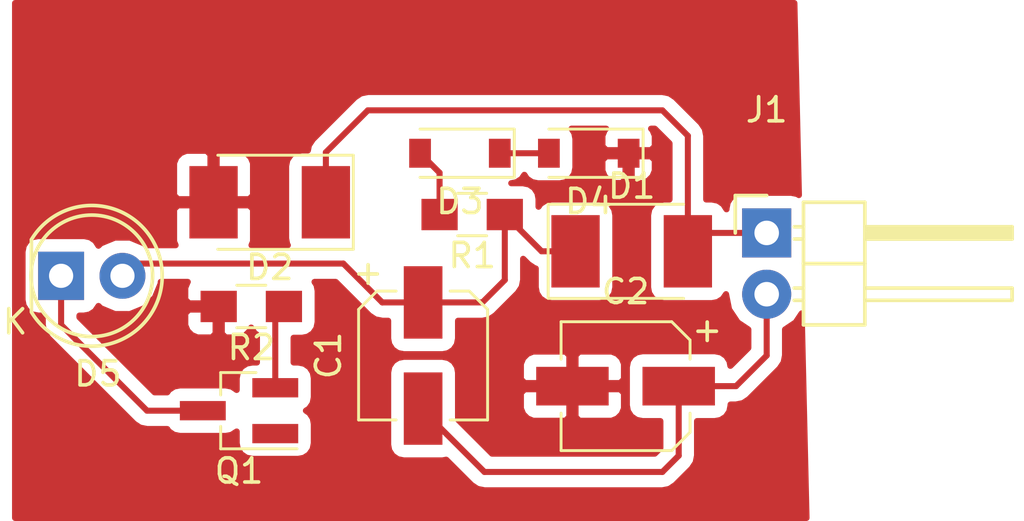
<source format=kicad_pcb>
(kicad_pcb (version 4) (host pcbnew 4.0.7)

  (general
    (links 15)
    (no_connects 2)
    (area 144.272 93.472 186.389001 115.062001)
    (thickness 1.6)
    (drawings 0)
    (tracks 35)
    (zones 0)
    (modules 11)
    (nets 9)
  )

  (page A4)
  (layers
    (0 F.Cu signal)
    (31 B.Cu signal)
    (32 B.Adhes user)
    (33 F.Adhes user)
    (34 B.Paste user)
    (35 F.Paste user)
    (36 B.SilkS user)
    (37 F.SilkS user)
    (38 B.Mask user)
    (39 F.Mask user)
    (40 Dwgs.User user)
    (41 Cmts.User user)
    (42 Eco1.User user)
    (43 Eco2.User user)
    (44 Edge.Cuts user)
    (45 Margin user)
    (46 B.CrtYd user)
    (47 F.CrtYd user)
    (48 B.Fab user)
    (49 F.Fab user)
  )

  (setup
    (last_trace_width 0.25)
    (trace_clearance 0.2)
    (zone_clearance 0.508)
    (zone_45_only no)
    (trace_min 0.2)
    (segment_width 0.2)
    (edge_width 0.15)
    (via_size 0.6)
    (via_drill 0.4)
    (via_min_size 0.4)
    (via_min_drill 0.3)
    (uvia_size 0.3)
    (uvia_drill 0.1)
    (uvias_allowed no)
    (uvia_min_size 0.2)
    (uvia_min_drill 0.1)
    (pcb_text_width 0.3)
    (pcb_text_size 1.5 1.5)
    (mod_edge_width 0.15)
    (mod_text_size 1 1)
    (mod_text_width 0.15)
    (pad_size 1.524 1.524)
    (pad_drill 0.762)
    (pad_to_mask_clearance 0.2)
    (aux_axis_origin 0 0)
    (visible_elements FFFFFF7F)
    (pcbplotparams
      (layerselection 0x00030_80000001)
      (usegerberextensions false)
      (excludeedgelayer true)
      (linewidth 0.100000)
      (plotframeref false)
      (viasonmask false)
      (mode 1)
      (useauxorigin false)
      (hpglpennumber 1)
      (hpglpenspeed 20)
      (hpglpendiameter 15)
      (hpglpenoverlay 2)
      (psnegative false)
      (psa4output false)
      (plotreference true)
      (plotvalue true)
      (plotinvisibletext false)
      (padsonsilk false)
      (subtractmaskfromsilk false)
      (outputformat 1)
      (mirror false)
      (drillshape 1)
      (scaleselection 1)
      (outputdirectory ""))
  )

  (net 0 "")
  (net 1 +12V)
  (net 2 Dynamo-Minus)
  (net 3 GND)
  (net 4 Dynamo-Plus)
  (net 5 "Net-(D3-Pad1)")
  (net 6 "Net-(D3-Pad2)")
  (net 7 "Net-(D5-Pad1)")
  (net 8 "Net-(Q1-Pad2)")

  (net_class Default "Dies ist die voreingestellte Netzklasse."
    (clearance 0.2)
    (trace_width 0.25)
    (via_dia 0.6)
    (via_drill 0.4)
    (uvia_dia 0.3)
    (uvia_drill 0.1)
    (add_net +12V)
    (add_net Dynamo-Minus)
    (add_net Dynamo-Plus)
    (add_net GND)
    (add_net "Net-(D3-Pad1)")
    (add_net "Net-(D3-Pad2)")
    (add_net "Net-(D5-Pad1)")
    (add_net "Net-(Q1-Pad2)")
  )

  (module Capacitors_SMD:CP_Elec_5x5.8 (layer F.Cu) (tedit 58AA8B00) (tstamp 5A36C3B7)
    (at 161.29 108.204 270)
    (descr "SMT capacitor, aluminium electrolytic, 5x5.8")
    (path /5A1AD93B)
    (attr smd)
    (fp_text reference C1 (at 0 3.92 270) (layer F.SilkS)
      (effects (font (size 1 1) (thickness 0.15)))
    )
    (fp_text value CP (at 0 -3.92 270) (layer F.Fab)
      (effects (font (size 1 1) (thickness 0.15)))
    )
    (fp_circle (center 0 0) (end 0.1 2.4) (layer F.Fab) (width 0.1))
    (fp_text user + (at -1.38 -0.06 270) (layer F.Fab)
      (effects (font (size 1 1) (thickness 0.15)))
    )
    (fp_text user + (at -3.38 2.35 270) (layer F.SilkS)
      (effects (font (size 1 1) (thickness 0.15)))
    )
    (fp_text user %R (at 0 3.92 270) (layer F.Fab)
      (effects (font (size 1 1) (thickness 0.15)))
    )
    (fp_line (start 2.51 2.51) (end 2.51 -2.51) (layer F.Fab) (width 0.1))
    (fp_line (start -1.84 2.51) (end 2.51 2.51) (layer F.Fab) (width 0.1))
    (fp_line (start -2.51 1.84) (end -1.84 2.51) (layer F.Fab) (width 0.1))
    (fp_line (start -2.51 -1.84) (end -2.51 1.84) (layer F.Fab) (width 0.1))
    (fp_line (start -1.84 -2.51) (end -2.51 -1.84) (layer F.Fab) (width 0.1))
    (fp_line (start 2.51 -2.51) (end -1.84 -2.51) (layer F.Fab) (width 0.1))
    (fp_line (start 2.67 2.67) (end 2.67 1.12) (layer F.SilkS) (width 0.12))
    (fp_line (start 2.67 -2.67) (end 2.67 -1.12) (layer F.SilkS) (width 0.12))
    (fp_line (start -2.67 1.91) (end -2.67 1.12) (layer F.SilkS) (width 0.12))
    (fp_line (start -2.67 -1.91) (end -2.67 -1.12) (layer F.SilkS) (width 0.12))
    (fp_line (start 2.67 -2.67) (end -1.91 -2.67) (layer F.SilkS) (width 0.12))
    (fp_line (start -1.91 -2.67) (end -2.67 -1.91) (layer F.SilkS) (width 0.12))
    (fp_line (start -2.67 1.91) (end -1.91 2.67) (layer F.SilkS) (width 0.12))
    (fp_line (start -1.91 2.67) (end 2.67 2.67) (layer F.SilkS) (width 0.12))
    (fp_line (start -3.95 -2.77) (end 3.95 -2.77) (layer F.CrtYd) (width 0.05))
    (fp_line (start -3.95 -2.77) (end -3.95 2.76) (layer F.CrtYd) (width 0.05))
    (fp_line (start 3.95 2.76) (end 3.95 -2.77) (layer F.CrtYd) (width 0.05))
    (fp_line (start 3.95 2.76) (end -3.95 2.76) (layer F.CrtYd) (width 0.05))
    (pad 1 smd rect (at -2.2 0 90) (size 3 1.6) (layers F.Cu F.Paste F.Mask)
      (net 1 +12V))
    (pad 2 smd rect (at 2.2 0 90) (size 3 1.6) (layers F.Cu F.Paste F.Mask)
      (net 2 Dynamo-Minus))
    (model Capacitors_SMD.3dshapes/CP_Elec_5x5.8.wrl
      (at (xyz 0 0 0))
      (scale (xyz 1 1 1))
      (rotate (xyz 0 0 180))
    )
  )

  (module Capacitors_SMD:CP_Elec_5x5.8 (layer F.Cu) (tedit 58AA8B00) (tstamp 5A36C3BD)
    (at 169.672 109.474 180)
    (descr "SMT capacitor, aluminium electrolytic, 5x5.8")
    (path /5A1AD979)
    (attr smd)
    (fp_text reference C2 (at 0 3.92 180) (layer F.SilkS)
      (effects (font (size 1 1) (thickness 0.15)))
    )
    (fp_text value CP (at 0 -3.92 180) (layer F.Fab)
      (effects (font (size 1 1) (thickness 0.15)))
    )
    (fp_circle (center 0 0) (end 0.1 2.4) (layer F.Fab) (width 0.1))
    (fp_text user + (at -1.38 -0.06 180) (layer F.Fab)
      (effects (font (size 1 1) (thickness 0.15)))
    )
    (fp_text user + (at -3.38 2.35 180) (layer F.SilkS)
      (effects (font (size 1 1) (thickness 0.15)))
    )
    (fp_text user %R (at 0 3.92 180) (layer F.Fab)
      (effects (font (size 1 1) (thickness 0.15)))
    )
    (fp_line (start 2.51 2.51) (end 2.51 -2.51) (layer F.Fab) (width 0.1))
    (fp_line (start -1.84 2.51) (end 2.51 2.51) (layer F.Fab) (width 0.1))
    (fp_line (start -2.51 1.84) (end -1.84 2.51) (layer F.Fab) (width 0.1))
    (fp_line (start -2.51 -1.84) (end -2.51 1.84) (layer F.Fab) (width 0.1))
    (fp_line (start -1.84 -2.51) (end -2.51 -1.84) (layer F.Fab) (width 0.1))
    (fp_line (start 2.51 -2.51) (end -1.84 -2.51) (layer F.Fab) (width 0.1))
    (fp_line (start 2.67 2.67) (end 2.67 1.12) (layer F.SilkS) (width 0.12))
    (fp_line (start 2.67 -2.67) (end 2.67 -1.12) (layer F.SilkS) (width 0.12))
    (fp_line (start -2.67 1.91) (end -2.67 1.12) (layer F.SilkS) (width 0.12))
    (fp_line (start -2.67 -1.91) (end -2.67 -1.12) (layer F.SilkS) (width 0.12))
    (fp_line (start 2.67 -2.67) (end -1.91 -2.67) (layer F.SilkS) (width 0.12))
    (fp_line (start -1.91 -2.67) (end -2.67 -1.91) (layer F.SilkS) (width 0.12))
    (fp_line (start -2.67 1.91) (end -1.91 2.67) (layer F.SilkS) (width 0.12))
    (fp_line (start -1.91 2.67) (end 2.67 2.67) (layer F.SilkS) (width 0.12))
    (fp_line (start -3.95 -2.77) (end 3.95 -2.77) (layer F.CrtYd) (width 0.05))
    (fp_line (start -3.95 -2.77) (end -3.95 2.76) (layer F.CrtYd) (width 0.05))
    (fp_line (start 3.95 2.76) (end 3.95 -2.77) (layer F.CrtYd) (width 0.05))
    (fp_line (start 3.95 2.76) (end -3.95 2.76) (layer F.CrtYd) (width 0.05))
    (pad 1 smd rect (at -2.2 0) (size 3 1.6) (layers F.Cu F.Paste F.Mask)
      (net 2 Dynamo-Minus))
    (pad 2 smd rect (at 2.2 0) (size 3 1.6) (layers F.Cu F.Paste F.Mask)
      (net 3 GND))
    (model Capacitors_SMD.3dshapes/CP_Elec_5x5.8.wrl
      (at (xyz 0 0 0))
      (scale (xyz 1 1 1))
      (rotate (xyz 0 0 180))
    )
  )

  (module Diodes_SMD:D_2114 (layer F.Cu) (tedit 590CF38C) (tstamp 5A36C3C3)
    (at 169.926 103.886)
    (descr "Diode SMD 2114, reflow soldering http://datasheets.avx.com/schottky.pdf")
    (tags "Diode 2114")
    (path /5A1AD8B3)
    (attr smd)
    (fp_text reference D1 (at 0 -2.7) (layer F.SilkS)
      (effects (font (size 1 1) (thickness 0.15)))
    )
    (fp_text value D_Schottky (at 0 2.8) (layer F.Fab)
      (effects (font (size 1 1) (thickness 0.15)))
    )
    (fp_text user %R (at 0 -2.7) (layer F.Fab)
      (effects (font (size 1 1) (thickness 0.15)))
    )
    (fp_line (start -3.46 -1.95) (end -3.46 1.95) (layer F.SilkS) (width 0.12))
    (fp_line (start -2.6 1.8) (end -2.6 -1.8) (layer F.Fab) (width 0.1))
    (fp_line (start 2.6 -1.8) (end -2.6 -1.8) (layer F.Fab) (width 0.1))
    (fp_line (start -3.61 -2.1) (end 3.61 -2.1) (layer F.CrtYd) (width 0.05))
    (fp_line (start 3.61 -2.1) (end 3.61 2.1) (layer F.CrtYd) (width 0.05))
    (fp_line (start 3.61 2.1) (end -3.61 2.1) (layer F.CrtYd) (width 0.05))
    (fp_line (start -3.61 2.1) (end -3.61 -2.1) (layer F.CrtYd) (width 0.05))
    (fp_line (start -0.64944 0.00102) (end -1.55114 0.00102) (layer F.Fab) (width 0.1))
    (fp_line (start 0.50118 0.00102) (end 1.4994 0.00102) (layer F.Fab) (width 0.1))
    (fp_line (start -0.64944 -0.79908) (end -0.64944 0.80112) (layer F.Fab) (width 0.1))
    (fp_line (start 0.50118 0.75032) (end 0.50118 -0.79908) (layer F.Fab) (width 0.1))
    (fp_line (start -0.64944 0.00102) (end 0.50118 0.75032) (layer F.Fab) (width 0.1))
    (fp_line (start -0.64944 0.00102) (end 0.50118 -0.79908) (layer F.Fab) (width 0.1))
    (fp_line (start -3.46 1.95) (end 2.15 1.95) (layer F.SilkS) (width 0.12))
    (fp_line (start -3.46 -1.95) (end 2.15 -1.95) (layer F.SilkS) (width 0.12))
    (fp_line (start 2.6 1.8) (end -2.6 1.8) (layer F.Fab) (width 0.1))
    (fp_line (start 2.6 1.8) (end 2.6 -1.8) (layer F.Fab) (width 0.1))
    (pad 1 smd rect (at -2.325 0) (size 2 3) (layers F.Cu F.Paste F.Mask)
      (net 1 +12V))
    (pad 2 smd rect (at 2.325 0) (size 2 3) (layers F.Cu F.Paste F.Mask)
      (net 4 Dynamo-Plus))
    (model ${KISYS3DMOD}/Diodes_SMD.3dshapes/D_2114.wrl
      (at (xyz 0 0 0))
      (scale (xyz 1 1 1))
      (rotate (xyz 0 0 0))
    )
  )

  (module Diodes_SMD:D_2114 (layer F.Cu) (tedit 590CF38C) (tstamp 5A36C3C9)
    (at 154.94 101.854 180)
    (descr "Diode SMD 2114, reflow soldering http://datasheets.avx.com/schottky.pdf")
    (tags "Diode 2114")
    (path /5A1AD915)
    (attr smd)
    (fp_text reference D2 (at 0 -2.7 180) (layer F.SilkS)
      (effects (font (size 1 1) (thickness 0.15)))
    )
    (fp_text value D_Schottky (at 0 2.8 180) (layer F.Fab)
      (effects (font (size 1 1) (thickness 0.15)))
    )
    (fp_text user %R (at 0 -2.7 180) (layer F.Fab)
      (effects (font (size 1 1) (thickness 0.15)))
    )
    (fp_line (start -3.46 -1.95) (end -3.46 1.95) (layer F.SilkS) (width 0.12))
    (fp_line (start -2.6 1.8) (end -2.6 -1.8) (layer F.Fab) (width 0.1))
    (fp_line (start 2.6 -1.8) (end -2.6 -1.8) (layer F.Fab) (width 0.1))
    (fp_line (start -3.61 -2.1) (end 3.61 -2.1) (layer F.CrtYd) (width 0.05))
    (fp_line (start 3.61 -2.1) (end 3.61 2.1) (layer F.CrtYd) (width 0.05))
    (fp_line (start 3.61 2.1) (end -3.61 2.1) (layer F.CrtYd) (width 0.05))
    (fp_line (start -3.61 2.1) (end -3.61 -2.1) (layer F.CrtYd) (width 0.05))
    (fp_line (start -0.64944 0.00102) (end -1.55114 0.00102) (layer F.Fab) (width 0.1))
    (fp_line (start 0.50118 0.00102) (end 1.4994 0.00102) (layer F.Fab) (width 0.1))
    (fp_line (start -0.64944 -0.79908) (end -0.64944 0.80112) (layer F.Fab) (width 0.1))
    (fp_line (start 0.50118 0.75032) (end 0.50118 -0.79908) (layer F.Fab) (width 0.1))
    (fp_line (start -0.64944 0.00102) (end 0.50118 0.75032) (layer F.Fab) (width 0.1))
    (fp_line (start -0.64944 0.00102) (end 0.50118 -0.79908) (layer F.Fab) (width 0.1))
    (fp_line (start -3.46 1.95) (end 2.15 1.95) (layer F.SilkS) (width 0.12))
    (fp_line (start -3.46 -1.95) (end 2.15 -1.95) (layer F.SilkS) (width 0.12))
    (fp_line (start 2.6 1.8) (end -2.6 1.8) (layer F.Fab) (width 0.1))
    (fp_line (start 2.6 1.8) (end 2.6 -1.8) (layer F.Fab) (width 0.1))
    (pad 1 smd rect (at -2.325 0 180) (size 2 3) (layers F.Cu F.Paste F.Mask)
      (net 4 Dynamo-Plus))
    (pad 2 smd rect (at 2.325 0 180) (size 2 3) (layers F.Cu F.Paste F.Mask)
      (net 3 GND))
    (model ${KISYS3DMOD}/Diodes_SMD.3dshapes/D_2114.wrl
      (at (xyz 0 0 0))
      (scale (xyz 1 1 1))
      (rotate (xyz 0 0 0))
    )
  )

  (module Diodes_SMD:D_SOD-123 (layer F.Cu) (tedit 58645DC7) (tstamp 5A36C3CF)
    (at 162.814 99.822 180)
    (descr SOD-123)
    (tags SOD-123)
    (path /5A1ADC91)
    (attr smd)
    (fp_text reference D3 (at 0 -2 180) (layer F.SilkS)
      (effects (font (size 1 1) (thickness 0.15)))
    )
    (fp_text value 1N4148 (at 0 2.1 180) (layer F.Fab)
      (effects (font (size 1 1) (thickness 0.15)))
    )
    (fp_text user %R (at 0 -2 180) (layer F.Fab)
      (effects (font (size 1 1) (thickness 0.15)))
    )
    (fp_line (start -2.25 -1) (end -2.25 1) (layer F.SilkS) (width 0.12))
    (fp_line (start 0.25 0) (end 0.75 0) (layer F.Fab) (width 0.1))
    (fp_line (start 0.25 0.4) (end -0.35 0) (layer F.Fab) (width 0.1))
    (fp_line (start 0.25 -0.4) (end 0.25 0.4) (layer F.Fab) (width 0.1))
    (fp_line (start -0.35 0) (end 0.25 -0.4) (layer F.Fab) (width 0.1))
    (fp_line (start -0.35 0) (end -0.35 0.55) (layer F.Fab) (width 0.1))
    (fp_line (start -0.35 0) (end -0.35 -0.55) (layer F.Fab) (width 0.1))
    (fp_line (start -0.75 0) (end -0.35 0) (layer F.Fab) (width 0.1))
    (fp_line (start -1.4 0.9) (end -1.4 -0.9) (layer F.Fab) (width 0.1))
    (fp_line (start 1.4 0.9) (end -1.4 0.9) (layer F.Fab) (width 0.1))
    (fp_line (start 1.4 -0.9) (end 1.4 0.9) (layer F.Fab) (width 0.1))
    (fp_line (start -1.4 -0.9) (end 1.4 -0.9) (layer F.Fab) (width 0.1))
    (fp_line (start -2.35 -1.15) (end 2.35 -1.15) (layer F.CrtYd) (width 0.05))
    (fp_line (start 2.35 -1.15) (end 2.35 1.15) (layer F.CrtYd) (width 0.05))
    (fp_line (start 2.35 1.15) (end -2.35 1.15) (layer F.CrtYd) (width 0.05))
    (fp_line (start -2.35 -1.15) (end -2.35 1.15) (layer F.CrtYd) (width 0.05))
    (fp_line (start -2.25 1) (end 1.65 1) (layer F.SilkS) (width 0.12))
    (fp_line (start -2.25 -1) (end 1.65 -1) (layer F.SilkS) (width 0.12))
    (pad 1 smd rect (at -1.65 0 180) (size 0.9 1.2) (layers F.Cu F.Paste F.Mask)
      (net 5 "Net-(D3-Pad1)"))
    (pad 2 smd rect (at 1.65 0 180) (size 0.9 1.2) (layers F.Cu F.Paste F.Mask)
      (net 6 "Net-(D3-Pad2)"))
    (model ${KISYS3DMOD}/Diodes_SMD.3dshapes/D_SOD-123.wrl
      (at (xyz 0 0 0))
      (scale (xyz 1 1 1))
      (rotate (xyz 0 0 0))
    )
  )

  (module Diodes_SMD:D_SOD-123 (layer F.Cu) (tedit 58645DC7) (tstamp 5A36C3D5)
    (at 168.148 99.822 180)
    (descr SOD-123)
    (tags SOD-123)
    (path /5A1ADCCB)
    (attr smd)
    (fp_text reference D4 (at 0 -2 180) (layer F.SilkS)
      (effects (font (size 1 1) (thickness 0.15)))
    )
    (fp_text value 1N4148 (at 0 2.1 180) (layer F.Fab)
      (effects (font (size 1 1) (thickness 0.15)))
    )
    (fp_text user %R (at 0 -2 180) (layer F.Fab)
      (effects (font (size 1 1) (thickness 0.15)))
    )
    (fp_line (start -2.25 -1) (end -2.25 1) (layer F.SilkS) (width 0.12))
    (fp_line (start 0.25 0) (end 0.75 0) (layer F.Fab) (width 0.1))
    (fp_line (start 0.25 0.4) (end -0.35 0) (layer F.Fab) (width 0.1))
    (fp_line (start 0.25 -0.4) (end 0.25 0.4) (layer F.Fab) (width 0.1))
    (fp_line (start -0.35 0) (end 0.25 -0.4) (layer F.Fab) (width 0.1))
    (fp_line (start -0.35 0) (end -0.35 0.55) (layer F.Fab) (width 0.1))
    (fp_line (start -0.35 0) (end -0.35 -0.55) (layer F.Fab) (width 0.1))
    (fp_line (start -0.75 0) (end -0.35 0) (layer F.Fab) (width 0.1))
    (fp_line (start -1.4 0.9) (end -1.4 -0.9) (layer F.Fab) (width 0.1))
    (fp_line (start 1.4 0.9) (end -1.4 0.9) (layer F.Fab) (width 0.1))
    (fp_line (start 1.4 -0.9) (end 1.4 0.9) (layer F.Fab) (width 0.1))
    (fp_line (start -1.4 -0.9) (end 1.4 -0.9) (layer F.Fab) (width 0.1))
    (fp_line (start -2.35 -1.15) (end 2.35 -1.15) (layer F.CrtYd) (width 0.05))
    (fp_line (start 2.35 -1.15) (end 2.35 1.15) (layer F.CrtYd) (width 0.05))
    (fp_line (start 2.35 1.15) (end -2.35 1.15) (layer F.CrtYd) (width 0.05))
    (fp_line (start -2.35 -1.15) (end -2.35 1.15) (layer F.CrtYd) (width 0.05))
    (fp_line (start -2.25 1) (end 1.65 1) (layer F.SilkS) (width 0.12))
    (fp_line (start -2.25 -1) (end 1.65 -1) (layer F.SilkS) (width 0.12))
    (pad 1 smd rect (at -1.65 0 180) (size 0.9 1.2) (layers F.Cu F.Paste F.Mask)
      (net 3 GND))
    (pad 2 smd rect (at 1.65 0 180) (size 0.9 1.2) (layers F.Cu F.Paste F.Mask)
      (net 5 "Net-(D3-Pad1)"))
    (model ${KISYS3DMOD}/Diodes_SMD.3dshapes/D_SOD-123.wrl
      (at (xyz 0 0 0))
      (scale (xyz 1 1 1))
      (rotate (xyz 0 0 0))
    )
  )

  (module LEDs:LED-5MM (layer F.Cu) (tedit 5570F7EA) (tstamp 5A36C3DB)
    (at 146.304 104.902)
    (descr "LED 5mm round vertical")
    (tags "LED 5mm round vertical")
    (path /5A1ADCFC)
    (fp_text reference D5 (at 1.524 4.064) (layer F.SilkS)
      (effects (font (size 1 1) (thickness 0.15)))
    )
    (fp_text value LED (at 1.524 -3.937) (layer F.Fab)
      (effects (font (size 1 1) (thickness 0.15)))
    )
    (fp_line (start -1.5 -1.55) (end -1.5 1.55) (layer F.CrtYd) (width 0.05))
    (fp_arc (start 1.3 0) (end -1.5 1.55) (angle -302) (layer F.CrtYd) (width 0.05))
    (fp_arc (start 1.27 0) (end -1.23 -1.5) (angle 297.5) (layer F.SilkS) (width 0.15))
    (fp_line (start -1.23 1.5) (end -1.23 -1.5) (layer F.SilkS) (width 0.15))
    (fp_circle (center 1.27 0) (end 0.97 -2.5) (layer F.SilkS) (width 0.15))
    (fp_text user K (at -1.905 1.905) (layer F.SilkS)
      (effects (font (size 1 1) (thickness 0.15)))
    )
    (pad 1 thru_hole rect (at 0 0 90) (size 2 1.9) (drill 1.00076) (layers *.Cu *.Mask)
      (net 7 "Net-(D5-Pad1)"))
    (pad 2 thru_hole circle (at 2.54 0) (size 1.9 1.9) (drill 1.00076) (layers *.Cu *.Mask)
      (net 1 +12V))
    (model LEDs.3dshapes/LED-5MM.wrl
      (at (xyz 0.05 0 0))
      (scale (xyz 1 1 1))
      (rotate (xyz 0 0 90))
    )
  )

  (module Pin_Headers:Pin_Header_Angled_1x02 (layer F.Cu) (tedit 0) (tstamp 5A36C3E1)
    (at 175.514 103.124)
    (descr "Through hole pin header")
    (tags "pin header")
    (path /5A1AE1B4)
    (fp_text reference J1 (at 0 -5.1) (layer F.SilkS)
      (effects (font (size 1 1) (thickness 0.15)))
    )
    (fp_text value Conn_01x02 (at 0 -3.1) (layer F.Fab)
      (effects (font (size 1 1) (thickness 0.15)))
    )
    (fp_line (start -1.5 -1.75) (end -1.5 4.3) (layer F.CrtYd) (width 0.05))
    (fp_line (start 10.65 -1.75) (end 10.65 4.3) (layer F.CrtYd) (width 0.05))
    (fp_line (start -1.5 -1.75) (end 10.65 -1.75) (layer F.CrtYd) (width 0.05))
    (fp_line (start -1.5 4.3) (end 10.65 4.3) (layer F.CrtYd) (width 0.05))
    (fp_line (start -1.3 -1.55) (end -1.3 0) (layer F.SilkS) (width 0.15))
    (fp_line (start 0 -1.55) (end -1.3 -1.55) (layer F.SilkS) (width 0.15))
    (fp_line (start 4.191 -0.127) (end 10.033 -0.127) (layer F.SilkS) (width 0.15))
    (fp_line (start 10.033 -0.127) (end 10.033 0.127) (layer F.SilkS) (width 0.15))
    (fp_line (start 10.033 0.127) (end 4.191 0.127) (layer F.SilkS) (width 0.15))
    (fp_line (start 4.191 0.127) (end 4.191 0) (layer F.SilkS) (width 0.15))
    (fp_line (start 4.191 0) (end 10.033 0) (layer F.SilkS) (width 0.15))
    (fp_line (start 1.524 -0.254) (end 1.143 -0.254) (layer F.SilkS) (width 0.15))
    (fp_line (start 1.524 0.254) (end 1.143 0.254) (layer F.SilkS) (width 0.15))
    (fp_line (start 1.524 2.286) (end 1.143 2.286) (layer F.SilkS) (width 0.15))
    (fp_line (start 1.524 2.794) (end 1.143 2.794) (layer F.SilkS) (width 0.15))
    (fp_line (start 1.524 -1.27) (end 4.064 -1.27) (layer F.SilkS) (width 0.15))
    (fp_line (start 1.524 1.27) (end 4.064 1.27) (layer F.SilkS) (width 0.15))
    (fp_line (start 1.524 1.27) (end 1.524 3.81) (layer F.SilkS) (width 0.15))
    (fp_line (start 1.524 3.81) (end 4.064 3.81) (layer F.SilkS) (width 0.15))
    (fp_line (start 4.064 2.286) (end 10.16 2.286) (layer F.SilkS) (width 0.15))
    (fp_line (start 10.16 2.286) (end 10.16 2.794) (layer F.SilkS) (width 0.15))
    (fp_line (start 10.16 2.794) (end 4.064 2.794) (layer F.SilkS) (width 0.15))
    (fp_line (start 4.064 3.81) (end 4.064 1.27) (layer F.SilkS) (width 0.15))
    (fp_line (start 4.064 1.27) (end 4.064 -1.27) (layer F.SilkS) (width 0.15))
    (fp_line (start 10.16 0.254) (end 4.064 0.254) (layer F.SilkS) (width 0.15))
    (fp_line (start 10.16 -0.254) (end 10.16 0.254) (layer F.SilkS) (width 0.15))
    (fp_line (start 4.064 -0.254) (end 10.16 -0.254) (layer F.SilkS) (width 0.15))
    (fp_line (start 1.524 1.27) (end 4.064 1.27) (layer F.SilkS) (width 0.15))
    (fp_line (start 1.524 -1.27) (end 1.524 1.27) (layer F.SilkS) (width 0.15))
    (pad 1 thru_hole rect (at 0 0) (size 2.032 2.032) (drill 1.016) (layers *.Cu *.Mask)
      (net 4 Dynamo-Plus))
    (pad 2 thru_hole oval (at 0 2.54) (size 2.032 2.032) (drill 1.016) (layers *.Cu *.Mask)
      (net 2 Dynamo-Minus))
    (model Pin_Headers.3dshapes/Pin_Header_Angled_1x02.wrl
      (at (xyz 0 -0.05 0))
      (scale (xyz 1 1 1))
      (rotate (xyz 0 0 90))
    )
  )

  (module TO_SOT_Packages_SMD:SOT-23_Handsoldering (layer F.Cu) (tedit 58CE4E7E) (tstamp 5A36C3E8)
    (at 153.67 110.49 180)
    (descr "SOT-23, Handsoldering")
    (tags SOT-23)
    (path /5A1ADFDF)
    (attr smd)
    (fp_text reference Q1 (at 0 -2.5 180) (layer F.SilkS)
      (effects (font (size 1 1) (thickness 0.15)))
    )
    (fp_text value MMBT3904 (at 0 2.5 180) (layer F.Fab)
      (effects (font (size 1 1) (thickness 0.15)))
    )
    (fp_text user %R (at 0 0 270) (layer F.Fab)
      (effects (font (size 0.5 0.5) (thickness 0.075)))
    )
    (fp_line (start 0.76 1.58) (end 0.76 0.65) (layer F.SilkS) (width 0.12))
    (fp_line (start 0.76 -1.58) (end 0.76 -0.65) (layer F.SilkS) (width 0.12))
    (fp_line (start -2.7 -1.75) (end 2.7 -1.75) (layer F.CrtYd) (width 0.05))
    (fp_line (start 2.7 -1.75) (end 2.7 1.75) (layer F.CrtYd) (width 0.05))
    (fp_line (start 2.7 1.75) (end -2.7 1.75) (layer F.CrtYd) (width 0.05))
    (fp_line (start -2.7 1.75) (end -2.7 -1.75) (layer F.CrtYd) (width 0.05))
    (fp_line (start 0.76 -1.58) (end -2.4 -1.58) (layer F.SilkS) (width 0.12))
    (fp_line (start -0.7 -0.95) (end -0.7 1.5) (layer F.Fab) (width 0.1))
    (fp_line (start -0.15 -1.52) (end 0.7 -1.52) (layer F.Fab) (width 0.1))
    (fp_line (start -0.7 -0.95) (end -0.15 -1.52) (layer F.Fab) (width 0.1))
    (fp_line (start 0.7 -1.52) (end 0.7 1.52) (layer F.Fab) (width 0.1))
    (fp_line (start -0.7 1.52) (end 0.7 1.52) (layer F.Fab) (width 0.1))
    (fp_line (start 0.76 1.58) (end -0.7 1.58) (layer F.SilkS) (width 0.12))
    (pad 1 smd rect (at -1.5 -0.95 180) (size 1.9 0.8) (layers F.Cu F.Paste F.Mask)
      (net 6 "Net-(D3-Pad2)"))
    (pad 2 smd rect (at -1.5 0.95 180) (size 1.9 0.8) (layers F.Cu F.Paste F.Mask)
      (net 8 "Net-(Q1-Pad2)"))
    (pad 3 smd rect (at 1.5 0 180) (size 1.9 0.8) (layers F.Cu F.Paste F.Mask)
      (net 7 "Net-(D5-Pad1)"))
    (model ${KISYS3DMOD}/TO_SOT_Packages_SMD.3dshapes\SOT-23.wrl
      (at (xyz 0 0 0))
      (scale (xyz 1 1 1))
      (rotate (xyz 0 0 0))
    )
  )

  (module Resistors_SMD:R_0805_HandSoldering (layer F.Cu) (tedit 58E0A804) (tstamp 5A36C3EE)
    (at 163.322 102.362 180)
    (descr "Resistor SMD 0805, hand soldering")
    (tags "resistor 0805")
    (path /5A1ADC26)
    (attr smd)
    (fp_text reference R1 (at 0 -1.7 180) (layer F.SilkS)
      (effects (font (size 1 1) (thickness 0.15)))
    )
    (fp_text value 1k (at 0 1.75 180) (layer F.Fab)
      (effects (font (size 1 1) (thickness 0.15)))
    )
    (fp_text user %R (at 0 0 180) (layer F.Fab)
      (effects (font (size 0.5 0.5) (thickness 0.075)))
    )
    (fp_line (start -1 0.62) (end -1 -0.62) (layer F.Fab) (width 0.1))
    (fp_line (start 1 0.62) (end -1 0.62) (layer F.Fab) (width 0.1))
    (fp_line (start 1 -0.62) (end 1 0.62) (layer F.Fab) (width 0.1))
    (fp_line (start -1 -0.62) (end 1 -0.62) (layer F.Fab) (width 0.1))
    (fp_line (start 0.6 0.88) (end -0.6 0.88) (layer F.SilkS) (width 0.12))
    (fp_line (start -0.6 -0.88) (end 0.6 -0.88) (layer F.SilkS) (width 0.12))
    (fp_line (start -2.35 -0.9) (end 2.35 -0.9) (layer F.CrtYd) (width 0.05))
    (fp_line (start -2.35 -0.9) (end -2.35 0.9) (layer F.CrtYd) (width 0.05))
    (fp_line (start 2.35 0.9) (end 2.35 -0.9) (layer F.CrtYd) (width 0.05))
    (fp_line (start 2.35 0.9) (end -2.35 0.9) (layer F.CrtYd) (width 0.05))
    (pad 1 smd rect (at -1.35 0 180) (size 1.5 1.3) (layers F.Cu F.Paste F.Mask)
      (net 1 +12V))
    (pad 2 smd rect (at 1.35 0 180) (size 1.5 1.3) (layers F.Cu F.Paste F.Mask)
      (net 6 "Net-(D3-Pad2)"))
    (model ${KISYS3DMOD}/Resistors_SMD.3dshapes/R_0805.wrl
      (at (xyz 0 0 0))
      (scale (xyz 1 1 1))
      (rotate (xyz 0 0 0))
    )
  )

  (module Resistors_SMD:R_0805_HandSoldering (layer F.Cu) (tedit 58E0A804) (tstamp 5A36C3F4)
    (at 154.178 106.172 180)
    (descr "Resistor SMD 0805, hand soldering")
    (tags "resistor 0805")
    (path /5A1ADD65)
    (attr smd)
    (fp_text reference R2 (at 0 -1.7 180) (layer F.SilkS)
      (effects (font (size 1 1) (thickness 0.15)))
    )
    (fp_text value 47 (at 0 1.75 180) (layer F.Fab)
      (effects (font (size 1 1) (thickness 0.15)))
    )
    (fp_text user %R (at 0 0 180) (layer F.Fab)
      (effects (font (size 0.5 0.5) (thickness 0.075)))
    )
    (fp_line (start -1 0.62) (end -1 -0.62) (layer F.Fab) (width 0.1))
    (fp_line (start 1 0.62) (end -1 0.62) (layer F.Fab) (width 0.1))
    (fp_line (start 1 -0.62) (end 1 0.62) (layer F.Fab) (width 0.1))
    (fp_line (start -1 -0.62) (end 1 -0.62) (layer F.Fab) (width 0.1))
    (fp_line (start 0.6 0.88) (end -0.6 0.88) (layer F.SilkS) (width 0.12))
    (fp_line (start -0.6 -0.88) (end 0.6 -0.88) (layer F.SilkS) (width 0.12))
    (fp_line (start -2.35 -0.9) (end 2.35 -0.9) (layer F.CrtYd) (width 0.05))
    (fp_line (start -2.35 -0.9) (end -2.35 0.9) (layer F.CrtYd) (width 0.05))
    (fp_line (start 2.35 0.9) (end 2.35 -0.9) (layer F.CrtYd) (width 0.05))
    (fp_line (start 2.35 0.9) (end -2.35 0.9) (layer F.CrtYd) (width 0.05))
    (pad 1 smd rect (at -1.35 0 180) (size 1.5 1.3) (layers F.Cu F.Paste F.Mask)
      (net 8 "Net-(Q1-Pad2)"))
    (pad 2 smd rect (at 1.35 0 180) (size 1.5 1.3) (layers F.Cu F.Paste F.Mask)
      (net 3 GND))
    (model ${KISYS3DMOD}/Resistors_SMD.3dshapes/R_0805.wrl
      (at (xyz 0 0 0))
      (scale (xyz 1 1 1))
      (rotate (xyz 0 0 0))
    )
  )

  (segment (start 161.29 106.004) (end 159.598 106.004) (width 0.25) (layer F.Cu) (net 1) (status 400000))
  (segment (start 157.988 104.394) (end 149.352 104.394) (width 0.25) (layer F.Cu) (net 1) (tstamp 5A36C85B) (status 800000))
  (segment (start 159.598 106.004) (end 157.988 104.394) (width 0.25) (layer F.Cu) (net 1) (tstamp 5A36C858))
  (segment (start 149.352 104.394) (end 148.844 104.902) (width 0.25) (layer F.Cu) (net 1) (tstamp 5A36C85E) (status C00000))
  (segment (start 164.672 102.362) (end 164.672 105.076) (width 0.25) (layer F.Cu) (net 1) (status 400000))
  (segment (start 163.744 106.004) (end 161.29 106.004) (width 0.25) (layer F.Cu) (net 1) (tstamp 5A36C838) (status 800000))
  (segment (start 164.672 105.076) (end 163.744 106.004) (width 0.25) (layer F.Cu) (net 1) (tstamp 5A36C836))
  (segment (start 167.601 103.886) (end 166.196 103.886) (width 0.25) (layer F.Cu) (net 1) (status 400000))
  (segment (start 166.196 103.886) (end 164.672 102.362) (width 0.25) (layer F.Cu) (net 1) (tstamp 5A36C821) (status 800000))
  (segment (start 161.544 105.75) (end 161.29 106.004) (width 0.25) (layer F.Cu) (net 1) (tstamp 5A36C4DE) (status 30))
  (segment (start 161.29 110.404) (end 161.29 110.49) (width 0.25) (layer F.Cu) (net 2) (status C00000))
  (segment (start 161.29 110.49) (end 163.83 113.03) (width 0.25) (layer F.Cu) (net 2) (tstamp 5A36C84A) (status 400000))
  (segment (start 163.83 113.03) (end 171.196 113.03) (width 0.25) (layer F.Cu) (net 2) (tstamp 5A36C84B))
  (segment (start 171.196 113.03) (end 171.872 112.354) (width 0.25) (layer F.Cu) (net 2) (tstamp 5A36C84F))
  (segment (start 171.872 112.354) (end 171.872 109.474) (width 0.25) (layer F.Cu) (net 2) (tstamp 5A36C850) (status 800000))
  (segment (start 175.514 105.664) (end 175.514 108.204) (width 0.25) (layer F.Cu) (net 2) (status 400000))
  (segment (start 174.244 109.474) (end 171.872 109.474) (width 0.25) (layer F.Cu) (net 2) (tstamp 5A36C80C) (status 800000))
  (segment (start 175.514 108.204) (end 174.244 109.474) (width 0.25) (layer F.Cu) (net 2) (tstamp 5A36C80A))
  (segment (start 175.514 105.664) (end 175.514 106.34) (width 0.25) (layer F.Cu) (net 2))
  (segment (start 157.265 101.854) (end 157.265 99.783) (width 0.25) (layer F.Cu) (net 4) (status 400000))
  (segment (start 172.251 99.099) (end 172.251 103.886) (width 0.25) (layer F.Cu) (net 4) (tstamp 5A36C830) (status 800000))
  (segment (start 171.196 98.044) (end 172.251 99.099) (width 0.25) (layer F.Cu) (net 4) (tstamp 5A36C82E))
  (segment (start 159.004 98.044) (end 171.196 98.044) (width 0.25) (layer F.Cu) (net 4) (tstamp 5A36C82C))
  (segment (start 157.265 99.783) (end 159.004 98.044) (width 0.25) (layer F.Cu) (net 4) (tstamp 5A36C829))
  (segment (start 175.514 103.124) (end 173.013 103.124) (width 0.25) (layer F.Cu) (net 4) (status C00000))
  (segment (start 173.013 103.124) (end 172.251 103.886) (width 0.25) (layer F.Cu) (net 4) (tstamp 5A36C810) (status C00000))
  (segment (start 157.519 102.108) (end 157.265 101.854) (width 0.25) (layer F.Cu) (net 4) (tstamp 5A36C52D) (status 30))
  (segment (start 164.464 99.822) (end 166.498 99.822) (width 0.25) (layer F.Cu) (net 5) (status C00000))
  (segment (start 161.972 102.362) (end 161.972 100.63) (width 0.25) (layer F.Cu) (net 6) (status 400000))
  (segment (start 161.972 100.63) (end 161.164 99.822) (width 0.25) (layer F.Cu) (net 6) (tstamp 5A36C81C) (status 800000))
  (segment (start 146.304 104.902) (end 146.304 106.934) (width 0.25) (layer F.Cu) (net 7) (status 400000))
  (segment (start 149.86 110.49) (end 152.17 110.49) (width 0.25) (layer F.Cu) (net 7) (tstamp 5A36C806) (status 800000))
  (segment (start 146.304 106.934) (end 149.86 110.49) (width 0.25) (layer F.Cu) (net 7) (tstamp 5A36C803))
  (segment (start 155.17 109.54) (end 155.17 106.53) (width 0.25) (layer F.Cu) (net 8) (status C00000))
  (segment (start 155.17 106.53) (end 155.528 106.172) (width 0.25) (layer F.Cu) (net 8) (tstamp 5A36C840) (status C00000))

  (zone (net 3) (net_name GND) (layer F.Cu) (tstamp 5A36C646) (hatch edge 0.508)
    (connect_pads (clearance 0.508))
    (min_thickness 0.254)
    (fill yes (arc_segments 16) (thermal_gap 0.508) (thermal_bridge_width 0.508))
    (polygon
      (pts
        (xy 177.292 115.062) (xy 176.784 93.472) (xy 144.272 93.472) (xy 144.272 115.062)
      )
    )
    (filled_polygon
      (pts
        (xy 176.847181 101.55618) (xy 176.78189 101.511569) (xy 176.53 101.46056) (xy 174.498 101.46056) (xy 174.262683 101.504838)
        (xy 174.046559 101.64391) (xy 173.901569 101.85611) (xy 173.85056 102.108) (xy 173.85056 102.145085) (xy 173.71509 101.934559)
        (xy 173.50289 101.789569) (xy 173.251 101.73856) (xy 173.011 101.73856) (xy 173.011 99.099) (xy 172.953148 98.808161)
        (xy 172.953148 98.80816) (xy 172.788401 98.561599) (xy 171.733401 97.506599) (xy 171.486839 97.341852) (xy 171.196 97.284)
        (xy 159.004 97.284) (xy 158.71316 97.341852) (xy 158.466599 97.506599) (xy 156.727599 99.245599) (xy 156.562852 99.492161)
        (xy 156.520205 99.70656) (xy 156.265 99.70656) (xy 156.029683 99.750838) (xy 155.813559 99.88991) (xy 155.668569 100.10211)
        (xy 155.61756 100.354) (xy 155.61756 103.354) (xy 155.661838 103.589317) (xy 155.690591 103.634) (xy 154.186339 103.634)
        (xy 154.25 103.48031) (xy 154.25 102.13975) (xy 154.09125 101.981) (xy 152.742 101.981) (xy 152.742 102.001)
        (xy 152.488 102.001) (xy 152.488 101.981) (xy 151.13875 101.981) (xy 150.98 102.13975) (xy 150.98 103.48031)
        (xy 151.043661 103.634) (xy 149.817786 103.634) (xy 149.743003 103.559086) (xy 149.160659 103.317276) (xy 148.530107 103.316725)
        (xy 147.947343 103.557519) (xy 147.849663 103.655029) (xy 147.71809 103.450559) (xy 147.50589 103.305569) (xy 147.254 103.25456)
        (xy 145.354 103.25456) (xy 145.118683 103.298838) (xy 144.902559 103.43791) (xy 144.757569 103.65011) (xy 144.70656 103.902)
        (xy 144.70656 105.902) (xy 144.750838 106.137317) (xy 144.88991 106.353441) (xy 145.10211 106.498431) (xy 145.354 106.54944)
        (xy 145.544 106.54944) (xy 145.544 106.934) (xy 145.601852 107.224839) (xy 145.766599 107.471401) (xy 149.322599 111.027401)
        (xy 149.56916 111.192148) (xy 149.617414 111.201746) (xy 149.86 111.25) (xy 150.697069 111.25) (xy 150.75591 111.341441)
        (xy 150.96811 111.486431) (xy 151.22 111.53744) (xy 153.12 111.53744) (xy 153.355317 111.493162) (xy 153.571441 111.35409)
        (xy 153.57256 111.352452) (xy 153.57256 111.84) (xy 153.616838 112.075317) (xy 153.75591 112.291441) (xy 153.96811 112.436431)
        (xy 154.22 112.48744) (xy 156.12 112.48744) (xy 156.355317 112.443162) (xy 156.571441 112.30409) (xy 156.716431 112.09189)
        (xy 156.76744 111.84) (xy 156.76744 111.04) (xy 156.723162 110.804683) (xy 156.58409 110.588559) (xy 156.438917 110.489367)
        (xy 156.571441 110.40409) (xy 156.716431 110.19189) (xy 156.76744 109.94) (xy 156.76744 109.14) (xy 156.723162 108.904683)
        (xy 156.58409 108.688559) (xy 156.37189 108.543569) (xy 156.12 108.49256) (xy 155.93 108.49256) (xy 155.93 107.46944)
        (xy 156.278 107.46944) (xy 156.513317 107.425162) (xy 156.729441 107.28609) (xy 156.874431 107.07389) (xy 156.92544 106.822)
        (xy 156.92544 105.522) (xy 156.881162 105.286683) (xy 156.795783 105.154) (xy 157.673198 105.154) (xy 159.060599 106.541401)
        (xy 159.307161 106.706148) (xy 159.598 106.764) (xy 159.84256 106.764) (xy 159.84256 107.504) (xy 159.886838 107.739317)
        (xy 160.02591 107.955441) (xy 160.23811 108.100431) (xy 160.49 108.15144) (xy 162.09 108.15144) (xy 162.325317 108.107162)
        (xy 162.541441 107.96809) (xy 162.686431 107.75589) (xy 162.73744 107.504) (xy 162.73744 106.764) (xy 163.744 106.764)
        (xy 164.034839 106.706148) (xy 164.281401 106.541401) (xy 165.209401 105.613401) (xy 165.374148 105.36684) (xy 165.432 105.076)
        (xy 165.432 104.196802) (xy 165.658599 104.423401) (xy 165.90516 104.588148) (xy 165.953414 104.597746) (xy 165.95356 104.597775)
        (xy 165.95356 105.386) (xy 165.997838 105.621317) (xy 166.13691 105.837441) (xy 166.34911 105.982431) (xy 166.601 106.03344)
        (xy 168.601 106.03344) (xy 168.836317 105.989162) (xy 169.052441 105.85009) (xy 169.197431 105.63789) (xy 169.24844 105.386)
        (xy 169.24844 102.386) (xy 169.204162 102.150683) (xy 169.06509 101.934559) (xy 168.85289 101.789569) (xy 168.601 101.73856)
        (xy 166.601 101.73856) (xy 166.365683 101.782838) (xy 166.149559 101.92191) (xy 166.06944 102.039168) (xy 166.06944 101.712)
        (xy 166.025162 101.476683) (xy 165.88609 101.260559) (xy 165.67389 101.115569) (xy 165.422 101.06456) (xy 164.939935 101.06456)
        (xy 165.149317 101.025162) (xy 165.365441 100.88609) (xy 165.482143 100.715291) (xy 165.58391 100.873441) (xy 165.79611 101.018431)
        (xy 166.048 101.06944) (xy 166.948 101.06944) (xy 167.183317 101.025162) (xy 167.399441 100.88609) (xy 167.544431 100.67389)
        (xy 167.59544 100.422) (xy 167.59544 100.10775) (xy 168.713 100.10775) (xy 168.713 100.54831) (xy 168.809673 100.781699)
        (xy 168.988302 100.960327) (xy 169.221691 101.057) (xy 169.51225 101.057) (xy 169.671 100.89825) (xy 169.671 99.949)
        (xy 169.925 99.949) (xy 169.925 100.89825) (xy 170.08375 101.057) (xy 170.374309 101.057) (xy 170.607698 100.960327)
        (xy 170.786327 100.781699) (xy 170.883 100.54831) (xy 170.883 100.10775) (xy 170.72425 99.949) (xy 169.925 99.949)
        (xy 169.671 99.949) (xy 168.87175 99.949) (xy 168.713 100.10775) (xy 167.59544 100.10775) (xy 167.59544 99.222)
        (xy 167.551162 98.986683) (xy 167.433609 98.804) (xy 168.867974 98.804) (xy 168.809673 98.862301) (xy 168.713 99.09569)
        (xy 168.713 99.53625) (xy 168.87175 99.695) (xy 169.671 99.695) (xy 169.671 99.675) (xy 169.925 99.675)
        (xy 169.925 99.695) (xy 170.72425 99.695) (xy 170.883 99.53625) (xy 170.883 99.09569) (xy 170.786327 98.862301)
        (xy 170.728026 98.804) (xy 170.881198 98.804) (xy 171.491 99.413802) (xy 171.491 101.73856) (xy 171.251 101.73856)
        (xy 171.015683 101.782838) (xy 170.799559 101.92191) (xy 170.654569 102.13411) (xy 170.60356 102.386) (xy 170.60356 105.386)
        (xy 170.647838 105.621317) (xy 170.78691 105.837441) (xy 170.99911 105.982431) (xy 171.251 106.03344) (xy 173.251 106.03344)
        (xy 173.486317 105.989162) (xy 173.702441 105.85009) (xy 173.831092 105.661803) (xy 173.830655 105.664) (xy 173.95633 106.29581)
        (xy 174.314222 106.831433) (xy 174.754 107.125283) (xy 174.754 107.889198) (xy 174.011483 108.631715) (xy 173.975162 108.438683)
        (xy 173.83609 108.222559) (xy 173.62389 108.077569) (xy 173.372 108.02656) (xy 170.372 108.02656) (xy 170.136683 108.070838)
        (xy 169.920559 108.20991) (xy 169.775569 108.42211) (xy 169.72456 108.674) (xy 169.72456 110.274) (xy 169.768838 110.509317)
        (xy 169.90791 110.725441) (xy 170.12011 110.870431) (xy 170.372 110.92144) (xy 171.112 110.92144) (xy 171.112 112.039198)
        (xy 170.881198 112.27) (xy 164.144802 112.27) (xy 162.73744 110.862638) (xy 162.73744 109.75975) (xy 165.337 109.75975)
        (xy 165.337 110.40031) (xy 165.433673 110.633699) (xy 165.612302 110.812327) (xy 165.845691 110.909) (xy 167.18625 110.909)
        (xy 167.345 110.75025) (xy 167.345 109.601) (xy 167.599 109.601) (xy 167.599 110.75025) (xy 167.75775 110.909)
        (xy 169.098309 110.909) (xy 169.331698 110.812327) (xy 169.510327 110.633699) (xy 169.607 110.40031) (xy 169.607 109.75975)
        (xy 169.44825 109.601) (xy 167.599 109.601) (xy 167.345 109.601) (xy 165.49575 109.601) (xy 165.337 109.75975)
        (xy 162.73744 109.75975) (xy 162.73744 108.904) (xy 162.693162 108.668683) (xy 162.615306 108.54769) (xy 165.337 108.54769)
        (xy 165.337 109.18825) (xy 165.49575 109.347) (xy 167.345 109.347) (xy 167.345 108.19775) (xy 167.599 108.19775)
        (xy 167.599 109.347) (xy 169.44825 109.347) (xy 169.607 109.18825) (xy 169.607 108.54769) (xy 169.510327 108.314301)
        (xy 169.331698 108.135673) (xy 169.098309 108.039) (xy 167.75775 108.039) (xy 167.599 108.19775) (xy 167.345 108.19775)
        (xy 167.18625 108.039) (xy 165.845691 108.039) (xy 165.612302 108.135673) (xy 165.433673 108.314301) (xy 165.337 108.54769)
        (xy 162.615306 108.54769) (xy 162.55409 108.452559) (xy 162.34189 108.307569) (xy 162.09 108.25656) (xy 160.49 108.25656)
        (xy 160.254683 108.300838) (xy 160.038559 108.43991) (xy 159.893569 108.65211) (xy 159.84256 108.904) (xy 159.84256 111.904)
        (xy 159.886838 112.139317) (xy 160.02591 112.355441) (xy 160.23811 112.500431) (xy 160.49 112.55144) (xy 162.09 112.55144)
        (xy 162.247081 112.521883) (xy 163.292599 113.567401) (xy 163.53916 113.732148) (xy 163.587414 113.741746) (xy 163.83 113.79)
        (xy 171.196 113.79) (xy 171.486839 113.732148) (xy 171.733401 113.567401) (xy 172.409401 112.891401) (xy 172.574148 112.64484)
        (xy 172.632 112.354) (xy 172.632 110.92144) (xy 173.372 110.92144) (xy 173.607317 110.877162) (xy 173.823441 110.73809)
        (xy 173.968431 110.52589) (xy 174.01944 110.274) (xy 174.01944 110.234) (xy 174.244 110.234) (xy 174.534839 110.176148)
        (xy 174.781401 110.011401) (xy 176.051401 108.741401) (xy 176.216148 108.49484) (xy 176.274 108.204) (xy 176.274 107.125283)
        (xy 176.713778 106.831433) (xy 176.962544 106.459129) (xy 177.161976 114.935) (xy 144.399 114.935) (xy 144.399 100.22769)
        (xy 150.98 100.22769) (xy 150.98 101.56825) (xy 151.13875 101.727) (xy 152.488 101.727) (xy 152.488 99.87775)
        (xy 152.742 99.87775) (xy 152.742 101.727) (xy 154.09125 101.727) (xy 154.25 101.56825) (xy 154.25 100.22769)
        (xy 154.153327 99.994301) (xy 153.974698 99.815673) (xy 153.741309 99.719) (xy 152.90075 99.719) (xy 152.742 99.87775)
        (xy 152.488 99.87775) (xy 152.32925 99.719) (xy 151.488691 99.719) (xy 151.255302 99.815673) (xy 151.076673 99.994301)
        (xy 150.98 100.22769) (xy 144.399 100.22769) (xy 144.399 93.599) (xy 176.659953 93.599)
      )
    )
    (filled_polygon
      (pts
        (xy 151.539673 105.162301) (xy 151.443 105.39569) (xy 151.443 105.88625) (xy 151.60175 106.045) (xy 152.701 106.045)
        (xy 152.701 106.025) (xy 152.955 106.025) (xy 152.955 106.045) (xy 152.975 106.045) (xy 152.975 106.299)
        (xy 152.955 106.299) (xy 152.955 107.29825) (xy 153.11375 107.457) (xy 153.704309 107.457) (xy 153.937698 107.360327)
        (xy 154.116327 107.181699) (xy 154.172654 107.045713) (xy 154.174838 107.057317) (xy 154.31391 107.273441) (xy 154.41 107.339096)
        (xy 154.41 108.49256) (xy 154.22 108.49256) (xy 153.984683 108.536838) (xy 153.768559 108.67591) (xy 153.623569 108.88811)
        (xy 153.57256 109.14) (xy 153.57256 109.630681) (xy 153.37189 109.493569) (xy 153.12 109.44256) (xy 151.22 109.44256)
        (xy 150.984683 109.486838) (xy 150.768559 109.62591) (xy 150.697437 109.73) (xy 150.174802 109.73) (xy 147.064 106.619198)
        (xy 147.064 106.54944) (xy 147.254 106.54944) (xy 147.489317 106.505162) (xy 147.705441 106.36609) (xy 147.850431 106.15389)
        (xy 147.851055 106.150808) (xy 147.944997 106.244914) (xy 148.527341 106.486724) (xy 149.157893 106.487275) (xy 149.229348 106.45775)
        (xy 151.443 106.45775) (xy 151.443 106.94831) (xy 151.539673 107.181699) (xy 151.718302 107.360327) (xy 151.951691 107.457)
        (xy 152.54225 107.457) (xy 152.701 107.29825) (xy 152.701 106.299) (xy 151.60175 106.299) (xy 151.443 106.45775)
        (xy 149.229348 106.45775) (xy 149.740657 106.246481) (xy 150.186914 105.801003) (xy 150.428724 105.218659) (xy 150.428781 105.154)
        (xy 151.547974 105.154)
      )
    )
  )
)

</source>
